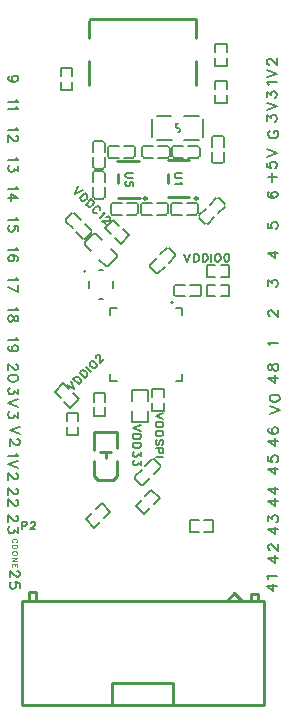
<source format=gto>
G04 Layer: TopSilkscreenLayer*
G04 EasyEDA Pro v1.9.26, 2023-01-09 17:51:20*
G04 Gerber Generator version 0.3*
G04 Scale: 100 percent, Rotated: No, Reflected: No*
G04 Dimensions in millimeters*
G04 Leading zeros omitted, absolute positions, 3 integers and 3 decimals*
%FSLAX33Y33*%
%MOMM*%
%ADD10C,0.2032*%
%ADD11C,0.12*%
%ADD12C,0.1524*%
%ADD13C,0.254*%
%ADD14C,0.151994*%
%ADD15C,0.1504*%
%ADD16C,0.150012*%
G75*


G04 Text Start*
G04 //text: +5V*
G54D10*
G01X127673Y13580D02*
G01X128402Y13580D01*
G01X128039Y13214D02*
G01X128039Y13943D01*
G01X127551Y14827D02*
G01X127551Y14423D01*
G01X127917Y14383D01*
G01X127876Y14423D01*
G01X127835Y14545D01*
G01Y14665D01*
G01X127876Y14787D01*
G01X127957Y14868D01*
G01X128079Y14908D01*
G01X128160D01*
G01X128280Y14868D01*
G01X128361Y14787D01*
G01X128402Y14665D01*
G01Y14545D01*
G01X128361Y14423D01*
G01X128321Y14383D01*
G01X128239Y14342D01*
G01X127551Y15307D02*
G01X128402Y15630D01*
G01X127551Y15955D02*
G01X128402Y15630D01*
G04 //text: 1V2*
G01X127746Y21432D02*
G01X127706Y21513D01*
G01X127584Y21635D01*
G01X128435D01*
G01X127584Y22031D02*
G01X128435Y22356D01*
G01X127584Y22682D02*
G01X128435Y22356D01*
G01X127787Y23118D02*
G01X127746Y23118D01*
G01X127665Y23159D01*
G01X127624Y23200D01*
G01X127584Y23281D01*
G01Y23444D01*
G01X127624Y23525D01*
G01X127665Y23565D01*
G01X127746Y23606D01*
G01X127828D01*
G01X127909Y23565D01*
G01X128031Y23484D01*
G01X128435Y23078D01*
G01Y23647D01*
G04 //text: G*
G01X127881Y17504D02*
G01X127800Y17464D01*
G01X127719Y17382D01*
G01X127678Y17304D01*
G01Y17141D01*
G01X127719Y17060D01*
G01X127800Y16979D01*
G01X127881Y16938D01*
G01X128003Y16897D01*
G01X128206D01*
G01X128328Y16938D01*
G01X128407Y16979D01*
G01X128488Y17060D01*
G01X128529Y17141D01*
G01Y17304D01*
G01X128488Y17382D01*
G01X128407Y17464D01*
G01X128328Y17504D01*
G01X128206D01*
G01X128206Y17304D02*
G01X128206Y17504D01*
G04 //text: 23*
G01X106314Y-15062D02*
G01X106355Y-15062D01*
G01X106436Y-15103D01*
G01X106477Y-15143D01*
G01X106518Y-15224D01*
G01Y-15387D01*
G01X106477Y-15468D01*
G01X106436Y-15506D01*
G01X106355Y-15547D01*
G01X106274D01*
G01X106193Y-15506D01*
G01X106071Y-15428D01*
G01X105667Y-15021D01*
G01Y-15588D01*
G01X106518Y-16068D02*
G01X106518Y-16512D01*
G01X106193Y-16271D01*
G01Y-16390D01*
G01X106152Y-16472D01*
G01X106111Y-16512D01*
G01X105989Y-16553D01*
G01X105908D01*
G01X105789Y-16512D01*
G01X105707Y-16431D01*
G01X105667Y-16312D01*
G01Y-16190D01*
G01X105707Y-16068D01*
G01X105748Y-16027D01*
G01X105829Y-15986D01*
G04 //text: 9*
G01X106233Y21664D02*
G01X106111Y21705D01*
G01X106030Y21783D01*
G01X105989Y21905D01*
G01Y21946D01*
G01X106030Y22068D01*
G01X106111Y22149D01*
G01X106233Y22190D01*
G01X106274D01*
G01X106396Y22149D01*
G01X106477Y22068D01*
G01X106518Y21946D01*
G01Y21905D01*
G01X106477Y21783D01*
G01X106396Y21705D01*
G01X106233Y21664D01*
G01X106030D01*
G01X105829Y21705D01*
G01X105707Y21783D01*
G01X105667Y21905D01*
G01Y21987D01*
G01X105707Y22108D01*
G01X105789Y22149D01*
G04 //text: V2*
G01X106645Y-7528D02*
G01X105794Y-7853D01*
G01X106645Y-8176D02*
G01X105794Y-7853D01*
G01X106441Y-8615D02*
G01X106482Y-8615D01*
G01X106563Y-8656D01*
G01X106604Y-8697D01*
G01X106645Y-8778D01*
G01Y-8938D01*
G01X106604Y-9019D01*
G01X106563Y-9060D01*
G01X106482Y-9101D01*
G01X106401D01*
G01X106320Y-9060D01*
G01X106198Y-8979D01*
G01X105794Y-8575D01*
G01Y-9141D01*
G04 //text: 1V2*
G01X106355Y-9814D02*
G01X106396Y-9896D01*
G01X106518Y-10017D01*
G01X105667D01*
G01X106518Y-10414D02*
G01X105667Y-10739D01*
G01X106518Y-11064D02*
G01X105667Y-10739D01*
G01X106314Y-11501D02*
G01X106355Y-11501D01*
G01X106436Y-11541D01*
G01X106477Y-11582D01*
G01X106518Y-11663D01*
G01Y-11826D01*
G01X106477Y-11907D01*
G01X106436Y-11948D01*
G01X106355Y-11989D01*
G01X106274D01*
G01X106193Y-11948D01*
G01X106071Y-11867D01*
G01X105667Y-11460D01*
G01Y-12029D01*
G04 //text: 22*
G01X106314Y-12776D02*
G01X106355Y-12776D01*
G01X106436Y-12817D01*
G01X106477Y-12857D01*
G01X106518Y-12938D01*
G01Y-13101D01*
G01X106477Y-13182D01*
G01X106436Y-13220D01*
G01X106355Y-13261D01*
G01X106274D01*
G01X106193Y-13220D01*
G01X106071Y-13142D01*
G01X105667Y-12735D01*
G01Y-13302D01*
G01X106314Y-13741D02*
G01X106355Y-13741D01*
G01X106436Y-13782D01*
G01X106477Y-13822D01*
G01X106518Y-13904D01*
G01Y-14066D01*
G01X106477Y-14145D01*
G01X106436Y-14186D01*
G01X106355Y-14226D01*
G01X106274D01*
G01X106193Y-14186D01*
G01X106071Y-14104D01*
G01X105667Y-13700D01*
G01Y-14267D01*
G04 //text: 11*
G01X106355Y20158D02*
G01X106396Y20076D01*
G01X106518Y19955D01*
G01X105667D01*
G01X106355Y19558D02*
G01X106396Y19477D01*
G01X106518Y19355D01*
G01X105667D01*
G04 //text: 12*
G01X106355Y17745D02*
G01X106396Y17663D01*
G01X106518Y17542D01*
G01X105667D01*
G01X106314Y17105D02*
G01X106355Y17105D01*
G01X106436Y17064D01*
G01X106477Y17023D01*
G01X106518Y16942D01*
G01Y16780D01*
G01X106477Y16698D01*
G01X106436Y16658D01*
G01X106355Y16617D01*
G01X106274D01*
G01X106193Y16658D01*
G01X106071Y16739D01*
G01X105667Y17145D01*
G01Y16576D01*
G04 //text: 13*
G01X106355Y15205D02*
G01X106396Y15123D01*
G01X106518Y15002D01*
G01X105667D01*
G01X106518Y14524D02*
G01X106518Y14077D01*
G01X106193Y14321D01*
G01Y14199D01*
G01X106152Y14118D01*
G01X106111Y14077D01*
G01X105989Y14036D01*
G01X105908D01*
G01X105789Y14077D01*
G01X105707Y14158D01*
G01X105667Y14280D01*
G01Y14402D01*
G01X105707Y14524D01*
G01X105748Y14565D01*
G01X105829Y14605D01*
G04 //text: 14*
G01X106355Y12792D02*
G01X106396Y12710D01*
G01X106518Y12589D01*
G01X105667D01*
G01X106518Y11786D02*
G01X105949Y12192D01*
G01Y11583D01*
G01X106518Y11786D02*
G01X105667Y11786D01*
G04 //text: 15*
G01X106355Y10125D02*
G01X106396Y10043D01*
G01X106518Y9922D01*
G01X105667D01*
G01X106518Y9038D02*
G01X106518Y9444D01*
G01X106152Y9485D01*
G01X106193Y9444D01*
G01X106233Y9322D01*
G01Y9200D01*
G01X106193Y9078D01*
G01X106111Y8997D01*
G01X105989Y8956D01*
G01X105908D01*
G01X105789Y8997D01*
G01X105707Y9078D01*
G01X105667Y9200D01*
G01Y9322D01*
G01X105707Y9444D01*
G01X105748Y9485D01*
G01X105829Y9525D01*
G04 //text: 16*
G01X106355Y7585D02*
G01X106396Y7503D01*
G01X106518Y7382D01*
G01X105667D01*
G01X106396Y6498D02*
G01X106477Y6538D01*
G01X106518Y6660D01*
G01Y6741D01*
G01X106477Y6863D01*
G01X106355Y6945D01*
G01X106152Y6985D01*
G01X105949D01*
G01X105789Y6945D01*
G01X105707Y6863D01*
G01X105667Y6741D01*
G01Y6701D01*
G01X105707Y6579D01*
G01X105789Y6498D01*
G01X105908Y6457D01*
G01X105949D01*
G01X106071Y6498D01*
G01X106152Y6579D01*
G01X106193Y6701D01*
G01Y6741D01*
G01X106152Y6863D01*
G01X106071Y6945D01*
G01X105949Y6985D01*
G04 //text: 17*
G01X106355Y5045D02*
G01X106396Y4963D01*
G01X106518Y4842D01*
G01X105667D01*
G01X106518Y3876D02*
G01X105667Y4283D01*
G01X106518Y4445D02*
G01X106518Y3876D01*
G04 //text: 18*
G01X106355Y2505D02*
G01X106396Y2423D01*
G01X106518Y2302D01*
G01X105667D01*
G01X106518Y1702D02*
G01X106477Y1824D01*
G01X106396Y1865D01*
G01X106314D01*
G01X106233Y1824D01*
G01X106193Y1743D01*
G01X106152Y1580D01*
G01X106111Y1458D01*
G01X106030Y1377D01*
G01X105949Y1336D01*
G01X105829D01*
G01X105748Y1377D01*
G01X105707Y1418D01*
G01X105667Y1540D01*
G01Y1702D01*
G01X105707Y1824D01*
G01X105748Y1865D01*
G01X105829Y1905D01*
G01X105949D01*
G01X106030Y1865D01*
G01X106111Y1783D01*
G01X106152Y1661D01*
G01X106193Y1499D01*
G01X106233Y1418D01*
G01X106314Y1377D01*
G01X106396D01*
G01X106477Y1418D01*
G01X106518Y1540D01*
G01Y1702D01*
G04 //text: 19*
G01X106355Y-35D02*
G01X106396Y-117D01*
G01X106518Y-238D01*
G01X105667D01*
G01X106233Y-1163D02*
G01X106111Y-1122D01*
G01X106030Y-1041D01*
G01X105989Y-919D01*
G01Y-879D01*
G01X106030Y-757D01*
G01X106111Y-675D01*
G01X106233Y-635D01*
G01X106274D01*
G01X106396Y-675D01*
G01X106477Y-757D01*
G01X106518Y-879D01*
G01Y-919D01*
G01X106477Y-1041D01*
G01X106396Y-1122D01*
G01X106233Y-1163D01*
G01X106030D01*
G01X105829Y-1122D01*
G01X105707Y-1041D01*
G01X105667Y-919D01*
G01Y-838D01*
G01X105707Y-716D01*
G01X105789Y-675D01*
G04 //text: 20*
G01X106314Y-2235D02*
G01X106355Y-2235D01*
G01X106436Y-2276D01*
G01X106477Y-2316D01*
G01X106518Y-2397D01*
G01Y-2560D01*
G01X106477Y-2641D01*
G01X106436Y-2679D01*
G01X106355Y-2720D01*
G01X106274D01*
G01X106193Y-2679D01*
G01X106071Y-2601D01*
G01X105667Y-2194D01*
G01Y-2761D01*
G01X106518Y-3403D02*
G01X106477Y-3281D01*
G01X106355Y-3200D01*
G01X106152Y-3159D01*
G01X106030D01*
G01X105829Y-3200D01*
G01X105707Y-3281D01*
G01X105667Y-3403D01*
G01Y-3485D01*
G01X105707Y-3604D01*
G01X105829Y-3685D01*
G01X106030Y-3726D01*
G01X106152D01*
G01X106355Y-3685D01*
G01X106477Y-3604D01*
G01X106518Y-3485D01*
G01Y-3403D01*
G04 //text: 3V3*
G01X106518Y-4308D02*
G01X106518Y-4752D01*
G01X106193Y-4511D01*
G01Y-4633D01*
G01X106152Y-4711D01*
G01X106111Y-4752D01*
G01X105989Y-4793D01*
G01X105908D01*
G01X105789Y-4752D01*
G01X105707Y-4673D01*
G01X105667Y-4551D01*
G01Y-4429D01*
G01X105707Y-4308D01*
G01X105748Y-4267D01*
G01X105829Y-4226D01*
G01X106518Y-5191D02*
G01X105667Y-5517D01*
G01X106518Y-5839D02*
G01X105667Y-5517D01*
G01X106518Y-6319D02*
G01X106518Y-6764D01*
G01X106193Y-6520D01*
G01Y-6642D01*
G01X106152Y-6723D01*
G01X106111Y-6764D01*
G01X105989Y-6804D01*
G01X105908D01*
G01X105789Y-6764D01*
G01X105707Y-6682D01*
G01X105667Y-6561D01*
G01Y-6441D01*
G01X105707Y-6319D01*
G01X105748Y-6279D01*
G01X105829Y-6238D01*
G04 //text: 3V3*
G01X127575Y18370D02*
G01X127575Y18815D01*
G01X127901Y18574D01*
G01Y18695D01*
G01X127941Y18774D01*
G01X127982Y18815D01*
G01X128104Y18855D01*
G01X128185D01*
G01X128304Y18815D01*
G01X128386Y18736D01*
G01X128426Y18614D01*
G01Y18492D01*
G01X128386Y18370D01*
G01X128345Y18330D01*
G01X128264Y18289D01*
G01X127575Y19254D02*
G01X128426Y19579D01*
G01X127575Y19902D02*
G01X128426Y19579D01*
G01X127575Y20382D02*
G01X127575Y20827D01*
G01X127901Y20583D01*
G01Y20705D01*
G01X127941Y20786D01*
G01X127982Y20827D01*
G01X128104Y20867D01*
G01X128185D01*
G01X128304Y20827D01*
G01X128386Y20745D01*
G01X128426Y20623D01*
G01Y20504D01*
G01X128386Y20382D01*
G01X128345Y20341D01*
G01X128264Y20301D01*
G04 //text: 25*
G01X106441Y-19761D02*
G01X106482Y-19761D01*
G01X106563Y-19802D01*
G01X106604Y-19842D01*
G01X106645Y-19923D01*
G01Y-20086D01*
G01X106604Y-20167D01*
G01X106563Y-20205D01*
G01X106482Y-20246D01*
G01X106401D01*
G01X106320Y-20205D01*
G01X106198Y-20127D01*
G01X105794Y-19720D01*
G01Y-20287D01*
G01X106645Y-21171D02*
G01X106645Y-20767D01*
G01X106279Y-20726D01*
G01X106320Y-20767D01*
G01X106360Y-20889D01*
G01Y-21011D01*
G01X106320Y-21130D01*
G01X106238Y-21211D01*
G01X106116Y-21252D01*
G01X106035D01*
G01X105916Y-21211D01*
G01X105834Y-21130D01*
G01X105794Y-21011D01*
G01Y-20889D01*
G01X105834Y-20767D01*
G01X105875Y-20726D01*
G01X105956Y-20685D01*
G04 //text: 41*
G01X127554Y-21024D02*
G01X128123Y-21430D01*
G01Y-20823D01*
G01X127554Y-21024D02*
G01X128405Y-21024D01*
G01X127717Y-20424D02*
G01X127676Y-20343D01*
G01X127554Y-20221D01*
G01X128405D01*
G04 //text: CDONE*
G54D11*
G01X106337Y-17330D02*
G01X106380Y-17310D01*
G01X106424Y-17267D01*
G01X106444Y-17223D01*
G01Y-17140D01*
G01X106424Y-17096D01*
G01X106380Y-17053D01*
G01X106337Y-17033D01*
G01X106274Y-17013D01*
G01X106167D01*
G01X106104Y-17033D01*
G01X106060Y-17053D01*
G01X106020Y-17096D01*
G01X105997Y-17140D01*
G01Y-17223D01*
G01X106020Y-17267D01*
G01X106060Y-17310D01*
G01X106104Y-17330D01*
G01X106444Y-17554D02*
G01X105997Y-17554D01*
G01X106444Y-17554D02*
G01X106444Y-17701D01*
G01X106424Y-17764D01*
G01X106380Y-17808D01*
G01X106337Y-17828D01*
G01X106274Y-17851D01*
G01X106167D01*
G01X106104Y-17828D01*
G01X106060Y-17808D01*
G01X106020Y-17764D01*
G01X105997Y-17701D01*
G01Y-17554D01*
G01X106444Y-18199D02*
G01X106424Y-18158D01*
G01X106380Y-18115D01*
G01X106337Y-18092D01*
G01X106274Y-18072D01*
G01X106167D01*
G01X106104Y-18092D01*
G01X106060Y-18115D01*
G01X106020Y-18158D01*
G01X105997Y-18199D01*
G01Y-18285D01*
G01X106020Y-18326D01*
G01X106060Y-18369D01*
G01X106104Y-18392D01*
G01X106167Y-18412D01*
G01X106274D01*
G01X106337Y-18392D01*
G01X106380Y-18369D01*
G01X106424Y-18326D01*
G01X106444Y-18285D01*
G01Y-18199D01*
G01X106444Y-18633D02*
G01X105997Y-18633D01*
G01X106444Y-18633D02*
G01X105997Y-18930D01*
G01X106444Y-18930D02*
G01X105997Y-18930D01*
G01X106444Y-19154D02*
G01X105997Y-19154D01*
G01X106444Y-19154D02*
G01X106444Y-19431D01*
G01X106231Y-19154D02*
G01X106231Y-19324D01*
G01X105997Y-19154D02*
G01X105997Y-19431D01*
G04 //text: 42*
G54D10*
G01X127678Y-18637D02*
G01X128247Y-19044D01*
G01Y-18437D01*
G01X127678Y-18637D02*
G01X128529Y-18637D01*
G01X127881Y-17997D02*
G01X127840Y-17997D01*
G01X127759Y-17957D01*
G01X127719Y-17916D01*
G01X127678Y-17835D01*
G01Y-17675D01*
G01X127719Y-17593D01*
G01X127759Y-17553D01*
G01X127840Y-17512D01*
G01X127922D01*
G01X128003Y-17553D01*
G01X128125Y-17634D01*
G01X128529Y-18038D01*
G01Y-17471D01*
G04 //text: 43*
G01X127678Y-16224D02*
G01X128247Y-16631D01*
G01Y-16024D01*
G01X127678Y-16224D02*
G01X128529Y-16224D01*
G01X127678Y-15544D02*
G01X127678Y-15099D01*
G01X128003Y-15340D01*
G01Y-15221D01*
G01X128044Y-15140D01*
G01X128084Y-15099D01*
G01X128206Y-15058D01*
G01X128287D01*
G01X128407Y-15099D01*
G01X128488Y-15180D01*
G01X128529Y-15300D01*
G01Y-15422D01*
G01X128488Y-15544D01*
G01X128448Y-15584D01*
G01X128366Y-15625D01*
G04 //text: 6*
G01X127759Y12330D02*
G01X127678Y12292D01*
G01X127637Y12170D01*
G01Y12089D01*
G01X127678Y11967D01*
G01X127800Y11886D01*
G01X128003Y11845D01*
G01X128206D01*
G01X128366Y11886D01*
G01X128447Y11967D01*
G01X128488Y12089D01*
G01Y12130D01*
G01X128447Y12252D01*
G01X128366Y12330D01*
G01X128247Y12371D01*
G01X128206D01*
G01X128084Y12330D01*
G01X128003Y12252D01*
G01X127962Y12130D01*
G01Y12089D01*
G01X128003Y11967D01*
G01X128084Y11886D01*
G01X128206Y11845D01*
G04 //text: 5*
G01X127665Y9714D02*
G01X127665Y9310D01*
G01X128031Y9270D01*
G01X127990Y9310D01*
G01X127950Y9432D01*
G01Y9554D01*
G01X127990Y9676D01*
G01X128072Y9755D01*
G01X128193Y9796D01*
G01X128275D01*
G01X128394Y9755D01*
G01X128475Y9676D01*
G01X128516Y9554D01*
G01Y9432D01*
G01X128475Y9310D01*
G01X128435Y9270D01*
G01X128354Y9229D01*
G04 //text: 4*
G01X127678Y7144D02*
G01X128247Y6737D01*
G01Y7344D01*
G01X127678Y7144D02*
G01X128529Y7144D01*
G04 //text: 44*
G01X127678Y-13811D02*
G01X128247Y-14218D01*
G01Y-13611D01*
G01X127678Y-13811D02*
G01X128529Y-13811D01*
G01X127678Y-12808D02*
G01X128247Y-13212D01*
G01Y-12605D01*
G01X127678Y-12808D02*
G01X128529Y-12808D01*
G04 //text: 45*
G01X127678Y-11144D02*
G01X128247Y-11551D01*
G01Y-10944D01*
G01X127678Y-11144D02*
G01X128529Y-11144D01*
G01X127678Y-10060D02*
G01X127678Y-10464D01*
G01X128044Y-10504D01*
G01X128003Y-10464D01*
G01X127962Y-10342D01*
G01Y-10220D01*
G01X128003Y-10100D01*
G01X128084Y-10019D01*
G01X128206Y-9978D01*
G01X128287D01*
G01X128407Y-10019D01*
G01X128488Y-10100D01*
G01X128529Y-10220D01*
G01Y-10342D01*
G01X128488Y-10464D01*
G01X128448Y-10504D01*
G01X128366Y-10545D01*
G04 //text: 46*
G01X127678Y-8731D02*
G01X128247Y-9138D01*
G01Y-8531D01*
G01X127678Y-8731D02*
G01X128529Y-8731D01*
G01X127800Y-7647D02*
G01X127719Y-7687D01*
G01X127678Y-7807D01*
G01Y-7888D01*
G01X127719Y-8010D01*
G01X127840Y-8091D01*
G01X128044Y-8132D01*
G01X128247D01*
G01X128407Y-8091D01*
G01X128488Y-8010D01*
G01X128529Y-7888D01*
G01Y-7847D01*
G01X128488Y-7728D01*
G01X128407Y-7647D01*
G01X128287Y-7606D01*
G01X128247D01*
G01X128125Y-7647D01*
G01X128044Y-7728D01*
G01X128003Y-7847D01*
G01Y-7888D01*
G01X128044Y-8010D01*
G01X128125Y-8091D01*
G01X128247Y-8132D01*
G04 //text: 48*
G01X127678Y-3397D02*
G01X128247Y-3804D01*
G01Y-3197D01*
G01X127678Y-3397D02*
G01X128529Y-3397D01*
G01X127678Y-2595D02*
G01X127719Y-2717D01*
G01X127800Y-2757D01*
G01X127881D01*
G01X127962Y-2717D01*
G01X128003Y-2635D01*
G01X128044Y-2473D01*
G01X128084Y-2353D01*
G01X128166Y-2272D01*
G01X128247Y-2231D01*
G01X128366D01*
G01X128448Y-2272D01*
G01X128488Y-2313D01*
G01X128529Y-2435D01*
G01Y-2595D01*
G01X128488Y-2717D01*
G01X128448Y-2757D01*
G01X128366Y-2798D01*
G01X128247D01*
G01X128166Y-2757D01*
G01X128084Y-2676D01*
G01X128044Y-2554D01*
G01X128003Y-2394D01*
G01X127962Y-2313D01*
G01X127881Y-2272D01*
G01X127800D01*
G01X127719Y-2313D01*
G01X127678Y-2435D01*
G01Y-2595D01*
G04 //text: 1*
G01X127840Y-629D02*
G01X127800Y-547D01*
G01X127678Y-425D01*
G01X128529D01*
G04 //text: 2*
G01X127881Y1825D02*
G01X127840Y1825D01*
G01X127759Y1866D01*
G01X127719Y1906D01*
G01X127678Y1988D01*
G01Y2150D01*
G01X127719Y2231D01*
G01X127759Y2269D01*
G01X127840Y2310D01*
G01X127922D01*
G01X128003Y2269D01*
G01X128125Y2191D01*
G01X128529Y1784D01*
G01Y2351D01*
G04 //text: 3*
G01X127665Y4406D02*
G01X127665Y4850D01*
G01X127990Y4609D01*
G01Y4731D01*
G01X128031Y4809D01*
G01X128072Y4850D01*
G01X128193Y4891D01*
G01X128275D01*
G01X128394Y4850D01*
G01X128475Y4771D01*
G01X128516Y4649D01*
G01Y4528D01*
G01X128475Y4406D01*
G01X128435Y4365D01*
G01X128354Y4324D01*
G04 //text: V0*
G01X127805Y-6471D02*
G01X128656Y-6146D01*
G01X127805Y-5823D02*
G01X128656Y-6146D01*
G01X127805Y-5180D02*
G01X127846Y-5302D01*
G01X127967Y-5384D01*
G01X128171Y-5424D01*
G01X128293D01*
G01X128493Y-5384D01*
G01X128615Y-5302D01*
G01X128656Y-5180D01*
G01Y-5102D01*
G01X128615Y-4980D01*
G01X128493Y-4898D01*
G01X128293Y-4858D01*
G01X128171D01*
G01X127967Y-4898D01*
G01X127846Y-4980D01*
G01X127805Y-5102D01*
G01Y-5180D01*
G04 //text: P2*
G54D12*
G01X106810Y-15578D02*
G01X106810Y-16229D01*
G01X106810Y-15578D02*
G01X107090Y-15578D01*
G01X107181Y-15609D01*
G01X107212Y-15639D01*
G01X107245Y-15703D01*
G01Y-15794D01*
G01X107212Y-15855D01*
G01X107181Y-15888D01*
G01X107090Y-15919D01*
G01X106810D01*
G01X107575Y-15733D02*
G01X107575Y-15703D01*
G01X107608Y-15639D01*
G01X107638Y-15609D01*
G01X107699Y-15578D01*
G01X107824D01*
G01X107885Y-15609D01*
G01X107915Y-15639D01*
G01X107948Y-15703D01*
G01Y-15764D01*
G01X107915Y-15825D01*
G01X107854Y-15919D01*
G01X107544Y-16229D01*
G01X107979D01*
G04 //text: VDDIO0*
G01X120603Y7093D02*
G01X120852Y6443D01*
G01X121098Y7093D02*
G01X120852Y6443D01*
G01X121400Y7093D02*
G01X121400Y6443D01*
G01X121400Y7093D02*
G01X121616Y7093D01*
G01X121708Y7062D01*
G01X121771Y7001D01*
G01X121801Y6938D01*
G01X121832Y6846D01*
G01Y6691D01*
G01X121801Y6597D01*
G01X121771Y6537D01*
G01X121708Y6473D01*
G01X121616Y6443D01*
G01X121400D01*
G01X122134Y7093D02*
G01X122134Y6443D01*
G01X122134Y7093D02*
G01X122350Y7093D01*
G01X122444Y7062D01*
G01X122505Y7001D01*
G01X122536Y6938D01*
G01X122566Y6846D01*
G01Y6691D01*
G01X122536Y6597D01*
G01X122505Y6537D01*
G01X122444Y6473D01*
G01X122350Y6443D01*
G01X122134D01*
G01X122868Y7093D02*
G01X122868Y6443D01*
G01X123353Y7093D02*
G01X123292Y7062D01*
G01X123232Y7001D01*
G01X123198Y6938D01*
G01X123168Y6846D01*
G01Y6691D01*
G01X123198Y6597D01*
G01X123232Y6537D01*
G01X123292Y6473D01*
G01X123353Y6443D01*
G01X123478D01*
G01X123541Y6473D01*
G01X123602Y6537D01*
G01X123633Y6597D01*
G01X123663Y6691D01*
G01Y6846D01*
G01X123633Y6938D01*
G01X123602Y7001D01*
G01X123541Y7062D01*
G01X123478Y7093D01*
G01X123353D01*
G01X124151Y7093D02*
G01X124057Y7062D01*
G01X123996Y6968D01*
G01X123966Y6816D01*
G01Y6722D01*
G01X123996Y6567D01*
G01X124057Y6473D01*
G01X124151Y6443D01*
G01X124212D01*
G01X124306Y6473D01*
G01X124367Y6567D01*
G01X124397Y6722D01*
G01Y6816D01*
G01X124367Y6968D01*
G01X124306Y7062D01*
G01X124212Y7093D01*
G01X124151D01*
G04 //text: VDDIO2*
G01X110643Y-4051D02*
G01X111279Y-4335D01*
G01X110993Y-3701D02*
G01X111279Y-4335D01*
G01X111207Y-3487D02*
G01X111667Y-3947D01*
G01X111207Y-3487D02*
G01X111360Y-3335D01*
G01X111446Y-3292D01*
G01X111534Y-3290D01*
G01X111600Y-3313D01*
G01X111686Y-3356D01*
G01X111796Y-3466D01*
G01X111841Y-3554D01*
G01X111862Y-3618D01*
G01Y-3708D01*
G01X111819Y-3794D01*
G01X111667Y-3947D01*
G01X111726Y-2968D02*
G01X112186Y-3428D01*
G01X111726Y-2968D02*
G01X111879Y-2816D01*
G01X111967Y-2771D01*
G01X112053D01*
G01X112119Y-2794D01*
G01X112206Y-2837D01*
G01X112315Y-2947D01*
G01X112360Y-3035D01*
G01X112382Y-3099D01*
G01X112383Y-3187D01*
G01X112338Y-3275D01*
G01X112186Y-3428D01*
G01X112245Y-2449D02*
G01X112705Y-2909D01*
G01X112588Y-2106D02*
G01X112567Y-2171D01*
G01Y-2257D01*
G01X112588Y-2325D01*
G01X112631Y-2412D01*
G01X112741Y-2521D01*
G01X112829Y-2566D01*
G01X112895Y-2586D01*
G01X112983Y-2588D01*
G01X113048Y-2566D01*
G01X113136Y-2478D01*
G01X113159Y-2412D01*
G01X113157Y-2324D01*
G01X113136Y-2259D01*
G01X113091Y-2171D01*
G01X112981Y-2061D01*
G01X112895Y-2018D01*
G01X112829Y-1995D01*
G01X112743D01*
G01X112676Y-2018D01*
G01X112588Y-2106D01*
G01X113152Y-1761D02*
G01X113130Y-1740D01*
G01X113107Y-1673D01*
G01Y-1630D01*
G01X113130Y-1564D01*
G01X113217Y-1478D01*
G01X113283Y-1454D01*
G01X113326D01*
G01X113393Y-1478D01*
G01X113436Y-1521D01*
G01X113457Y-1585D01*
G01X113481Y-1695D01*
G01Y-2133D01*
G01X113786Y-1828D01*
G04 //text: VDDSPI*
G01X118802Y-6372D02*
G01X118152Y-6621D01*
G01X118802Y-6867D02*
G01X118152Y-6621D01*
G01X118802Y-7169D02*
G01X118152Y-7169D01*
G01X118802Y-7169D02*
G01X118802Y-7385D01*
G01X118771Y-7477D01*
G01X118710Y-7540D01*
G01X118647Y-7571D01*
G01X118555Y-7601D01*
G01X118400D01*
G01X118306Y-7571D01*
G01X118245Y-7540D01*
G01X118182Y-7477D01*
G01X118152Y-7385D01*
G01Y-7169D01*
G01X118802Y-7903D02*
G01X118152Y-7903D01*
G01X118802Y-7903D02*
G01X118802Y-8119D01*
G01X118771Y-8213D01*
G01X118710Y-8274D01*
G01X118647Y-8305D01*
G01X118555Y-8335D01*
G01X118400D01*
G01X118306Y-8305D01*
G01X118245Y-8274D01*
G01X118182Y-8213D01*
G01X118152Y-8119D01*
G01Y-7903D01*
G01X118710Y-9069D02*
G01X118771Y-9008D01*
G01X118802Y-8914D01*
G01Y-8792D01*
G01X118771Y-8698D01*
G01X118710Y-8637D01*
G01X118647D01*
G01X118586Y-8668D01*
G01X118555Y-8698D01*
G01X118525Y-8762D01*
G01X118461Y-8947D01*
G01X118431Y-9008D01*
G01X118400Y-9039D01*
G01X118337Y-9069D01*
G01X118245D01*
G01X118182Y-9008D01*
G01X118152Y-8914D01*
G01Y-8792D01*
G01X118182Y-8698D01*
G01X118245Y-8637D01*
G01X118802Y-9371D02*
G01X118152Y-9371D01*
G01X118802Y-9371D02*
G01X118802Y-9651D01*
G01X118771Y-9742D01*
G01X118741Y-9773D01*
G01X118677Y-9806D01*
G01X118586D01*
G01X118525Y-9773D01*
G01X118492Y-9742D01*
G01X118461Y-9651D01*
G01Y-9371D01*
G01X118802Y-10106D02*
G01X118152Y-10106D01*
G04 //text: VDDC12*
G01X111622Y12816D02*
G01X111338Y12180D01*
G01X111972Y12466D02*
G01X111338Y12180D01*
G01X112186Y12252D02*
G01X111726Y11792D01*
G01X112186Y12252D02*
G01X112339Y12099D01*
G01X112382Y12013D01*
G01X112384Y11925D01*
G01X112360Y11859D01*
G01X112317Y11773D01*
G01X112208Y11663D01*
G01X112119Y11618D01*
G01X112055Y11597D01*
G01X111965D01*
G01X111879Y11640D01*
G01X111726Y11792D01*
G01X112705Y11733D02*
G01X112245Y11273D01*
G01X112705Y11733D02*
G01X112858Y11580D01*
G01X112903Y11492D01*
G01Y11406D01*
G01X112879Y11340D01*
G01X112836Y11253D01*
G01X112727Y11144D01*
G01X112639Y11099D01*
G01X112574Y11077D01*
G01X112486Y11076D01*
G01X112398Y11121D01*
G01X112245Y11273D01*
G01X113443Y10776D02*
G01X113465Y10844D01*
G01Y10930D01*
G01X113443Y10995D01*
G01X113355Y11083D01*
G01X113291Y11104D01*
G01X113203Y11106D01*
G01X113136Y11083D01*
G01X113050Y11040D01*
G01X112940Y10930D01*
G01X112895Y10842D01*
G01X112874Y10778D01*
G01Y10688D01*
G01X112895Y10623D01*
G01X112983Y10535D01*
G01X113048Y10513D01*
G01X113136Y10515D01*
G01X113203Y10535D01*
G01X113677Y10585D02*
G01X113743Y10566D01*
G01X113874Y10564D01*
G01X113414Y10104D01*
G01X114000Y10219D02*
G01X114022Y10240D01*
G01X114088Y10264D01*
G01X114131D01*
G01X114196Y10242D01*
G01X114284Y10154D01*
G01X114307Y10088D01*
G01Y10045D01*
G01X114284Y9978D01*
G01X114241Y9935D01*
G01X114176Y9914D01*
G01X114065Y9892D01*
G01X113628Y9890D01*
G01X113934Y9585D01*
G04 //text: U1*
G01X120417Y13929D02*
G01X119952Y13929D01*
G01X119861Y13898D01*
G01X119797Y13835D01*
G01X119767Y13743D01*
G01Y13680D01*
G01X119797Y13588D01*
G01X119861Y13527D01*
G01X119952Y13494D01*
G01X120417D01*
G01X120293Y13195D02*
G01X120326Y13131D01*
G01X120417Y13040D01*
G01X119767D01*
G04 //text: VDD33*
G01X116897Y-7388D02*
G01X116247Y-7637D01*
G01X116897Y-7883D02*
G01X116247Y-7637D01*
G01X116897Y-8185D02*
G01X116247Y-8185D01*
G01X116897Y-8185D02*
G01X116897Y-8401D01*
G01X116866Y-8493D01*
G01X116805Y-8556D01*
G01X116742Y-8587D01*
G01X116650Y-8617D01*
G01X116495D01*
G01X116401Y-8587D01*
G01X116340Y-8556D01*
G01X116277Y-8493D01*
G01X116247Y-8401D01*
G01Y-8185D01*
G01X116897Y-8919D02*
G01X116247Y-8919D01*
G01X116897Y-8919D02*
G01X116897Y-9135D01*
G01X116866Y-9229D01*
G01X116805Y-9290D01*
G01X116742Y-9321D01*
G01X116650Y-9351D01*
G01X116495D01*
G01X116401Y-9321D01*
G01X116340Y-9290D01*
G01X116277Y-9229D01*
G01X116247Y-9135D01*
G01Y-8919D01*
G01X116897Y-9714D02*
G01X116897Y-10055D01*
G01X116650Y-9869D01*
G01Y-9963D01*
G01X116620Y-10024D01*
G01X116587Y-10055D01*
G01X116495Y-10085D01*
G01X116432D01*
G01X116340Y-10055D01*
G01X116277Y-9994D01*
G01X116247Y-9900D01*
G01Y-9808D01*
G01X116277Y-9714D01*
G01X116310Y-9684D01*
G01X116371Y-9653D01*
G01X116897Y-10448D02*
G01X116897Y-10789D01*
G01X116650Y-10603D01*
G01Y-10697D01*
G01X116620Y-10758D01*
G01X116587Y-10789D01*
G01X116495Y-10822D01*
G01X116432D01*
G01X116340Y-10789D01*
G01X116277Y-10728D01*
G01X116247Y-10634D01*
G01Y-10542D01*
G01X116277Y-10448D01*
G01X116310Y-10418D01*
G01X116371Y-10387D01*
G04 //text: U5*
G01X116246Y13968D02*
G01X115781Y13968D01*
G01X115690Y13937D01*
G01X115626Y13874D01*
G01X115596Y13782D01*
G01Y13719D01*
G01X115626Y13627D01*
G01X115690Y13566D01*
G01X115781Y13533D01*
G01X116246D01*
G01X116246Y12863D02*
G01X116246Y13170D01*
G01X115969Y13203D01*
G01X116000Y13170D01*
G01X116030Y13079D01*
G01Y12985D01*
G01X116000Y12893D01*
G01X115936Y12830D01*
G01X115845Y12799D01*
G01X115781D01*
G01X115690Y12830D01*
G01X115626Y12893D01*
G01X115596Y12985D01*
G01Y13079D01*
G01X115626Y13170D01*
G01X115659Y13203D01*
G01X115720Y13234D01*
G04 Text End*

G04 PolygonModel Start*
G54D13*
G01X112525Y23422D02*
G01X112525Y21428D01*
G01X112525Y26851D02*
G01X112525Y25378D01*
G01X121597Y23419D02*
G01X121597Y21432D01*
G01X121597Y27000D02*
G01X121597Y25382D01*
G01X112597Y27000D02*
G01X121597Y27000D01*
G01X106861Y-22310D02*
G01X127361Y-22310D01*
G01X127359Y-22310D02*
G01X127359Y-31110D01*
G01X106861Y-22299D02*
G01X106861Y-31099D01*
G01X106861Y-31124D02*
G01X127361Y-31124D01*
G01X124184Y-22259D02*
G01X124819Y-21624D01*
G01X124819Y-21624D02*
G01X125505Y-22310D01*
G01X125505Y-22310D02*
G01X125505Y-22336D01*
G01X107407Y-22183D02*
G01X107407Y-21523D01*
G01X107407Y-21523D02*
G01X107992Y-21523D01*
G01X107992Y-21523D02*
G01X107992Y-22183D01*
G01X126254Y-22158D02*
G01X126254Y-21726D01*
G01X126254Y-21726D02*
G01X126838Y-21726D01*
G01X126838Y-21726D02*
G01X126838Y-22132D01*
G01X114557Y-29206D02*
G01X119637Y-29206D01*
G01X119637Y-29206D02*
G01X119637Y-31035D01*
G01X119637Y-31035D02*
G01X119663Y-31061D01*
G01X114507Y-29206D02*
G01X114507Y-31010D01*
G01X114507Y-31010D02*
G01X114481Y-31035D01*
G54D12*
G01X112002Y8381D02*
G01X111444Y8940D01*
G01X111829Y9965D02*
G01X111270Y10524D01*
G01X110565Y9819D02*
G01X111124Y9260D01*
G01X111055Y10524D02*
G01X110565Y10034D01*
G01X112149Y9645D02*
G01X112708Y9086D01*
G01X112708Y8871D02*
G01X112218Y8381D01*
G01X111270Y10524D02*
G03X111055Y10524I-108J-108D01*
G01X110565Y10034D02*
G03X110565Y9819I108J-108D01*
G01X112708Y9086D02*
G02X112708Y8871I-108J-108D01*
G01X112218Y8381D02*
G02X112002Y8381I-108J108D01*
G01X114494Y11412D02*
G01X115284Y11412D01*
G01X115736Y10414D02*
G01X116526Y10414D01*
G01X116526Y11412D02*
G01X115736Y11412D01*
G01X116679Y10567D02*
G01X116679Y11259D01*
G01X115284Y10414D02*
G01X114494Y10414D01*
G01X114341Y10567D02*
G01X114341Y11259D01*
G01X116526Y10414D02*
G03X116679Y10567I0J152D01*
G01X116679Y11259D02*
G03X116526Y11412I-152J0D01*
G01X114494Y10414D02*
G02X114341Y10567I0J152D01*
G01X114341Y11259D02*
G02X114494Y11412I152J0D01*
G01X117034Y10414D02*
G01X117824Y10414D01*
G01X117824Y11412D02*
G01X117034Y11412D01*
G01X116881Y11259D02*
G01X116881Y10567D01*
G01X119066Y10414D02*
G01X118276Y10414D01*
G01X118276Y11412D02*
G01X119066Y11412D01*
G01X119219Y11259D02*
G01X119219Y10567D01*
G01X117034Y11412D02*
G03X116881Y11259I0J-152D01*
G01X116881Y10567D02*
G03X117034Y10414I152J0D01*
G01X119066Y11412D02*
G02X119219Y11259I0J-152D01*
G01X119219Y10567D02*
G02X119066Y10414I-152J0D01*
G01X113913Y-5887D02*
G01X113913Y-6605D01*
G01X113913Y-6605D02*
G01X112916Y-6605D01*
G01X112916Y-6605D02*
G01X112916Y-5887D01*
G01X113913Y-5434D02*
G01X113913Y-4716D01*
G01X113913Y-4716D02*
G01X112916Y-4716D01*
G01X112916Y-4716D02*
G01X112916Y-5434D01*
G01X117112Y-12447D02*
G01X117671Y-11888D01*
G01X116966Y-11183D02*
G01X116407Y-11742D01*
G01X116407Y-11957D02*
G01X116897Y-12447D01*
G01X118550Y-11009D02*
G01X117991Y-11568D01*
G01X117286Y-10863D02*
G01X117844Y-10304D01*
G01X118060Y-10304D02*
G01X118550Y-10794D01*
G01X116407Y-11742D02*
G03X116407Y-11957I108J-108D01*
G01X116897Y-12447D02*
G03X117112Y-12447I108J108D01*
G01X117844Y-10304D02*
G02X118060Y-10304I108J-108D01*
G01X118550Y-10794D02*
G02X118550Y-11009I-108J-108D01*
G54D14*
G01X112158Y7859D02*
G01X112697Y7320D01*
G01X113947Y6070D02*
G01X113408Y6609D01*
G01X114881Y7004D02*
G01X114342Y7543D01*
G54D12*
G01X114881Y7004D02*
G01X114881Y6789D01*
G01X114881Y6789D02*
G01X114162Y6070D01*
G01X114162Y6070D02*
G01X113947Y6070D01*
G54D14*
G01X113092Y8793D02*
G01X113631Y8255D01*
G54D12*
G01X112158Y7859D02*
G01X112158Y8075D01*
G01X112158Y8075D02*
G01X112876Y8793D01*
G01X112876Y8793D02*
G01X113092Y8793D01*
G54D14*
G01X114541Y4794D02*
G01X114541Y4205D01*
G01X113686Y5749D02*
G01X113397Y5749D01*
G01X112541Y4205D02*
G01X112541Y4794D01*
G01X113686Y3249D02*
G01X113397Y3249D01*
G54D12*
G01X121733Y15240D02*
G01X120943Y15240D01*
G01X120491Y16238D02*
G01X119701Y16238D01*
G01X119701Y15240D02*
G01X120491Y15240D01*
G01X119548Y16085D02*
G01X119548Y15393D01*
G01X120943Y16238D02*
G01X121733Y16238D01*
G01X121886Y16085D02*
G01X121886Y15393D01*
G01X119701Y16238D02*
G03X119548Y16085I0J-152D01*
G01X119548Y15393D02*
G03X119701Y15240I152J0D01*
G01X121733Y16238D02*
G02X121886Y16085I0J-152D01*
G01X121886Y15393D02*
G02X121733Y15240I-152J0D01*
G01X121606Y10414D02*
G01X120816Y10414D01*
G01X120364Y11412D02*
G01X119574Y11412D01*
G01X119574Y10414D02*
G01X120364Y10414D01*
G01X119421Y11259D02*
G01X119421Y10567D01*
G01X120816Y11412D02*
G01X121606Y11412D01*
G01X121759Y11259D02*
G01X121759Y10567D01*
G01X119574Y11412D02*
G03X119421Y11259I0J-152D01*
G01X119421Y10567D02*
G03X119574Y10414I152J0D01*
G01X121606Y11412D02*
G02X121759Y11259I0J-152D01*
G01X121759Y10567D02*
G02X121606Y10414I-152J0D01*
G01X117671Y-14428D02*
G01X117163Y-14936D01*
G01X117163Y-14936D02*
G01X116458Y-14231D01*
G01X116458Y-14231D02*
G01X116966Y-13723D01*
G01X117991Y-14108D02*
G01X118499Y-13600D01*
G01X118499Y-13600D02*
G01X117794Y-12895D01*
G01X117794Y-12895D02*
G01X117286Y-13403D01*
G01X113480Y-15571D02*
G01X112972Y-16079D01*
G01X112972Y-16079D02*
G01X112267Y-15374D01*
G01X112267Y-15374D02*
G01X112775Y-14866D01*
G01X113800Y-15251D02*
G01X114308Y-14743D01*
G01X114308Y-14743D02*
G01X113603Y-14038D01*
G01X113603Y-14038D02*
G01X113095Y-14546D01*
G01X123674Y6141D02*
G01X124392Y6141D01*
G01X124392Y6141D02*
G01X124392Y5144D01*
G01X124392Y5144D02*
G01X123674Y5144D01*
G01X123221Y6141D02*
G01X122503Y6141D01*
G01X122503Y6141D02*
G01X122503Y5144D01*
G01X122503Y5144D02*
G01X123221Y5144D01*
G01X111133Y-4706D02*
G01X111641Y-5214D01*
G01X111641Y-5214D02*
G01X110936Y-5919D01*
G01X110936Y-5919D02*
G01X110428Y-5411D01*
G01X110813Y-4386D02*
G01X110305Y-3878D01*
G01X110305Y-3878D02*
G01X109600Y-4583D01*
G01X109600Y-4583D02*
G01X110108Y-5091D01*
G01X122277Y-15449D02*
G01X122995Y-15449D01*
G01X122995Y-15449D02*
G01X122995Y-16446D01*
G01X122995Y-16446D02*
G01X122277Y-16446D01*
G01X121824Y-15449D02*
G01X121106Y-15449D01*
G01X121106Y-15449D02*
G01X121106Y-16446D01*
G01X121106Y-16446D02*
G01X121824Y-16446D01*
G01X117869Y-5053D02*
G01X117869Y-4335D01*
G01X117869Y-4335D02*
G01X118866Y-4335D01*
G01X118866Y-4335D02*
G01X118866Y-5053D01*
G01X117869Y-5506D02*
G01X117869Y-6224D01*
G01X117869Y-6224D02*
G01X118866Y-6224D01*
G01X118866Y-6224D02*
G01X118866Y-5506D01*
G01X115406Y9158D02*
G01X115914Y8650D01*
G01X115914Y8650D02*
G01X115208Y7945D01*
G01X115208Y7945D02*
G01X114701Y8453D01*
G01X115086Y9478D02*
G01X114578Y9986D01*
G01X114578Y9986D02*
G01X113873Y9280D01*
G01X113873Y9280D02*
G01X114381Y8773D01*
G01X124200Y20581D02*
G01X124200Y19863D01*
G01X124200Y19863D02*
G01X123203Y19863D01*
G01X123203Y19863D02*
G01X123203Y20581D01*
G01X124200Y21033D02*
G01X124200Y21752D01*
G01X124200Y21752D02*
G01X123203Y21752D01*
G01X123203Y21752D02*
G01X123203Y21033D01*
G54D13*
G01X119182Y11903D02*
G01X120982Y11903D01*
G01X119182Y13053D02*
G01X119182Y13853D01*
G01X119182Y15003D02*
G01X120982Y15003D01*
G54D12*
G01X117161Y16238D02*
G01X117951Y16238D01*
G01X118403Y15240D02*
G01X119193Y15240D01*
G01X119193Y16238D02*
G01X118403Y16238D01*
G01X119346Y15393D02*
G01X119346Y16085D01*
G01X117951Y15240D02*
G01X117161Y15240D01*
G01X117008Y15393D02*
G01X117008Y16085D01*
G01X119193Y15240D02*
G03X119346Y15393I0J152D01*
G01X119346Y16085D02*
G03X119193Y16238I-152J0D01*
G01X117161Y15240D02*
G02X117008Y15393I0J152D01*
G01X117008Y16085D02*
G02X117161Y16238I152J0D01*
G01X114240Y16238D02*
G01X115030Y16238D01*
G01X115482Y15240D02*
G01X116272Y15240D01*
G01X116272Y16238D02*
G01X115482Y16238D01*
G01X116425Y15393D02*
G01X116425Y16085D01*
G01X115030Y15240D02*
G01X114240Y15240D01*
G01X114087Y15393D02*
G01X114087Y16085D01*
G01X116272Y15240D02*
G03X116425Y15393I0J152D01*
G01X116425Y16085D02*
G03X116272Y16238I-152J0D01*
G01X114240Y15240D02*
G02X114087Y15393I0J152D01*
G01X114087Y16085D02*
G02X114240Y16238I152J0D01*
G01X112852Y11929D02*
G01X112852Y12719D01*
G01X113850Y13171D02*
G01X113850Y13961D01*
G01X112852Y13961D02*
G01X112852Y13171D01*
G01X113697Y14114D02*
G01X113005Y14114D01*
G01X113850Y12719D02*
G01X113850Y11929D01*
G01X113697Y11776D02*
G01X113005Y11776D01*
G01X113850Y13961D02*
G03X113697Y14114I-152J0D01*
G01X113005Y14114D02*
G03X112852Y13961I0J-152D01*
G01X113850Y11929D02*
G02X113697Y11776I-152J0D01*
G01X113005Y11776D02*
G02X112852Y11929I0J152D01*
G01X113850Y14469D02*
G01X113850Y15259D01*
G01X112852Y15259D02*
G01X112852Y14469D01*
G01X113005Y14316D02*
G01X113697Y14316D01*
G01X113850Y16501D02*
G01X113850Y15711D01*
G01X112852Y15711D02*
G01X112852Y16501D01*
G01X113005Y16654D02*
G01X113697Y16654D01*
G01X112852Y14469D02*
G03X113005Y14316I152J0D01*
G01X113697Y14316D02*
G03X113850Y14469I0J152D01*
G01X112852Y16501D02*
G02X113005Y16654I152J0D01*
G01X113697Y16654D02*
G02X113850Y16501I0J-152D01*
G01X116183Y-6214D02*
G01X116183Y-7173D01*
G01X116183Y-7173D02*
G01X117504Y-7173D01*
G01X117504Y-7173D02*
G01X117504Y-6214D01*
G01X116183Y-5361D02*
G01X116183Y-4402D01*
G01X116183Y-4402D02*
G01X117504Y-4402D01*
G01X117504Y-4402D02*
G01X117504Y-5361D01*
G01X120428Y-3083D02*
G01X120428Y-3657D01*
G01X120428Y-3657D02*
G01X119854Y-3657D01*
G01X114275Y-3083D02*
G01X114275Y-3657D01*
G01X114275Y-3657D02*
G01X114849Y-3657D01*
G01X120428Y1922D02*
G01X120428Y2496D01*
G01X120428Y2496D02*
G01X119854Y2496D01*
G01X114275Y1922D02*
G01X114275Y2496D01*
G01X114275Y2496D02*
G01X114849Y2496D01*
G01X111627Y-7538D02*
G01X111627Y-8256D01*
G01X111627Y-8256D02*
G01X110630Y-8256D01*
G01X110630Y-8256D02*
G01X110630Y-7538D01*
G01X111627Y-7085D02*
G01X111627Y-6367D01*
G01X111627Y-6367D02*
G01X110630Y-6367D01*
G01X110630Y-6367D02*
G01X110630Y-7085D01*
G01X111119Y21672D02*
G01X111119Y20954D01*
G01X111119Y20954D02*
G01X110122Y20954D01*
G01X110122Y20954D02*
G01X110122Y21672D01*
G01X111119Y22125D02*
G01X111119Y22843D01*
G01X111119Y22843D02*
G01X110122Y22843D01*
G01X110122Y22843D02*
G01X110122Y22125D01*
G01X123305Y11794D02*
G01X122747Y11235D01*
G01X123452Y10530D02*
G01X124011Y11089D01*
G01X124011Y11304D02*
G01X123521Y11794D01*
G01X121868Y10356D02*
G01X122427Y10915D01*
G01X123132Y10210D02*
G01X122573Y9651D01*
G01X122358Y9651D02*
G01X121868Y10141D01*
G01X124011Y11089D02*
G03X124011Y11304I-108J108D01*
G01X123521Y11794D02*
G03X123305Y11794I-108J-108D01*
G01X122573Y9651D02*
G02X122358Y9651I-108J108D01*
G01X121868Y10141D02*
G02X121868Y10356I108J108D01*
G54D14*
G01X117872Y18510D02*
G01X117872Y16986D01*
G01X122190Y18510D02*
G01X122190Y16986D01*
G54D12*
G01X121809Y18764D02*
G01X120539Y18764D01*
G01X118253Y18764D02*
G01X119486Y18764D01*
G01X119523Y16732D02*
G01X118253Y16732D01*
G01X120539Y16732D02*
G01X121809Y16732D01*
G54D14*
G01X120031Y17748D02*
G02X120031Y17367I0J-190D01*
G01X120031Y17748D02*
G02X120031Y18129I0J191D01*
G54D12*
G01X117677Y6165D02*
G01X118236Y6724D01*
G01X119261Y6339D02*
G01X119820Y6898D01*
G01X119114Y7603D02*
G01X118556Y7044D01*
G01X119820Y7113D02*
G01X119330Y7603D01*
G01X118941Y6019D02*
G01X118382Y5460D01*
G01X118167Y5460D02*
G01X117677Y5950D01*
G01X119820Y6898D02*
G03X119820Y7113I-108J108D01*
G01X119330Y7603D02*
G03X119114Y7603I-108J-108D01*
G01X118382Y5460D02*
G02X118167Y5460I-108J108D01*
G01X117677Y5950D02*
G02X117677Y6165I108J108D01*
G54D13*
G01X115002Y13072D02*
G01X115002Y13872D01*
G01X115002Y11802D02*
G01X116802Y11802D01*
G01X114921Y14975D02*
G01X116721Y14975D01*
G54D12*
G01X123674Y4490D02*
G01X124392Y4490D01*
G01X124392Y4490D02*
G01X124392Y3493D01*
G01X124392Y3493D02*
G01X123674Y3493D01*
G01X123221Y4490D02*
G01X122503Y4490D01*
G01X122503Y4490D02*
G01X122503Y3493D01*
G01X122503Y3493D02*
G01X123221Y3493D01*
G01X123203Y24157D02*
G01X123203Y24875D01*
G01X123203Y24875D02*
G01X124200Y24875D01*
G01X124200Y24875D02*
G01X124200Y24157D01*
G01X123203Y23704D02*
G01X123203Y22986D01*
G01X123203Y22986D02*
G01X124200Y22986D01*
G01X124200Y22986D02*
G01X124200Y23704D01*
G01X123946Y14913D02*
G01X123946Y15703D01*
G01X122949Y15703D02*
G01X122949Y14913D01*
G01X123101Y14761D02*
G01X123794Y14761D01*
G01X123946Y16946D02*
G01X123946Y16156D01*
G01X122949Y16156D02*
G01X122949Y16946D01*
G01X123101Y17098D02*
G01X123794Y17098D01*
G01X122949Y14913D02*
G03X123101Y14761I152J0D01*
G01X123794Y14761D02*
G03X123946Y14913I0J152D01*
G01X122949Y16946D02*
G02X123101Y17098I152J0D01*
G01X123794Y17098D02*
G02X123946Y16946I0J-152D01*
G54D13*
G01X112972Y-9479D02*
G01X112962Y-7999D01*
G01X114862Y-9339D02*
G01X114862Y-7999D01*
G01X112962Y-7999D02*
G01X114862Y-7999D01*
G01X114872Y-11729D02*
G01X114872Y-11729D01*
G01X114872Y-11729D02*
G01X114522Y-12079D01*
G01X112972Y-11729D02*
G01X112972Y-11729D01*
G01X112972Y-11729D02*
G01X113322Y-12079D01*
G01X112972Y-10479D02*
G01X112972Y-11729D01*
G01X114872Y-10479D02*
G01X114872Y-11729D01*
G01X113322Y-12079D02*
G01X114522Y-12079D01*
G01X113422Y-9679D02*
G01X114422Y-9679D01*
G01X113927Y-9679D02*
G01X113927Y-10179D01*
G54D12*
G01X119854Y4490D02*
G01X120644Y4490D01*
G01X121097Y3493D02*
G01X121887Y3493D01*
G01X121887Y4490D02*
G01X121097Y4490D01*
G01X122039Y3645D02*
G01X122039Y4338D01*
G01X120644Y3493D02*
G01X119854Y3493D01*
G01X119702Y3645D02*
G01X119702Y4338D01*
G01X121887Y3493D02*
G03X122039Y3645I0J152D01*
G01X122039Y4338D02*
G03X121887Y4490I-152J0D01*
G01X119854Y3493D02*
G02X119702Y3645I0J152D01*
G01X119702Y4338D02*
G02X119854Y4490I152J0D01*
G04 PolygonModel End*

G04 Circle Start*
G54D16*
G01X112091Y5624D02*
G03X112241Y5624I75J0D01*
G03X112091I-75J0D01*
G54D13*
G01X121479Y11802D02*
G03X121733Y11802I127J0D01*
G03X121479I-127J0D01*
G54D16*
G01X119476Y2959D02*
G03X119626Y2959I75J0D01*
G03X119476I-75J0D01*
G54D13*
G01X117161Y11802D02*
G03X117415Y11802I127J0D01*
G03X117161I-127J0D01*
G04 Circle End*

M02*

</source>
